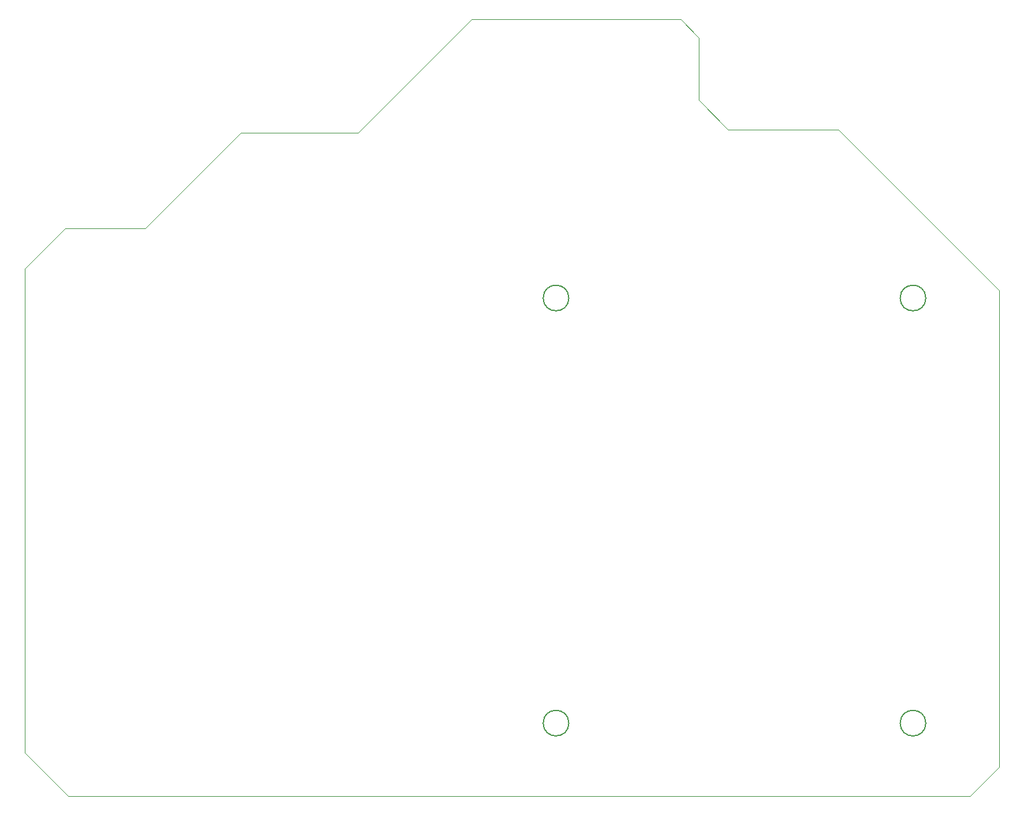
<source format=gm1>
G04 #@! TF.GenerationSoftware,KiCad,Pcbnew,8.0.8-8.0.8-0~ubuntu24.04.1*
G04 #@! TF.CreationDate,2025-04-08T09:18:08-05:00*
G04 #@! TF.ProjectId,wasabi,77617361-6269-42e6-9b69-6361645f7063,rev?*
G04 #@! TF.SameCoordinates,Original*
G04 #@! TF.FileFunction,Profile,NP*
%FSLAX46Y46*%
G04 Gerber Fmt 4.6, Leading zero omitted, Abs format (unit mm)*
G04 Created by KiCad (PCBNEW 8.0.8-8.0.8-0~ubuntu24.04.1) date 2025-04-08 09:18:08*
%MOMM*%
%LPD*%
G01*
G04 APERTURE LIST*
G04 #@! TA.AperFunction,Profile*
%ADD10C,0.050000*%
G04 #@! TD*
G04 #@! TA.AperFunction,Profile*
%ADD11C,0.200000*%
G04 #@! TD*
G04 APERTURE END LIST*
D10*
X77000000Y-147000000D02*
X200000000Y-147000000D01*
D11*
X193950000Y-137000000D02*
G75*
G02*
X190450000Y-137000000I-1750000J0D01*
G01*
X190450000Y-137000000D02*
G75*
G02*
X193950000Y-137000000I1750000J0D01*
G01*
D10*
X116500000Y-56500000D02*
X100500000Y-56500000D01*
X167000000Y-56000000D02*
X163000000Y-52000000D01*
X100500000Y-56500000D02*
X87500000Y-69500000D01*
D11*
X145250000Y-137000000D02*
G75*
G02*
X141750000Y-137000000I-1750000J0D01*
G01*
X141750000Y-137000000D02*
G75*
G02*
X145250000Y-137000000I1750000J0D01*
G01*
D10*
X71000000Y-75000000D02*
X71000000Y-135000000D01*
X71000000Y-135000000D02*
X71000000Y-141000000D01*
X160500000Y-41000000D02*
X132000000Y-41000000D01*
X76500000Y-69500000D02*
X71000000Y-75000000D01*
X182000000Y-56000000D02*
X167000000Y-56000000D01*
X204000000Y-78000000D02*
X182000000Y-56000000D01*
X204000000Y-143000000D02*
X204000000Y-78000000D01*
X200000000Y-147000000D02*
X204000000Y-143000000D01*
X87500000Y-69500000D02*
X76500000Y-69500000D01*
X163000000Y-52000000D02*
X163000000Y-43500000D01*
X71000000Y-141000000D02*
X77000000Y-147000000D01*
X163000000Y-43500000D02*
X160500000Y-41000000D01*
X132000000Y-41000000D02*
X116500000Y-56500000D01*
D11*
X145250000Y-79000000D02*
G75*
G02*
X141750000Y-79000000I-1750000J0D01*
G01*
X141750000Y-79000000D02*
G75*
G02*
X145250000Y-79000000I1750000J0D01*
G01*
X193950000Y-79000000D02*
G75*
G02*
X190450000Y-79000000I-1750000J0D01*
G01*
X190450000Y-79000000D02*
G75*
G02*
X193950000Y-79000000I1750000J0D01*
G01*
M02*

</source>
